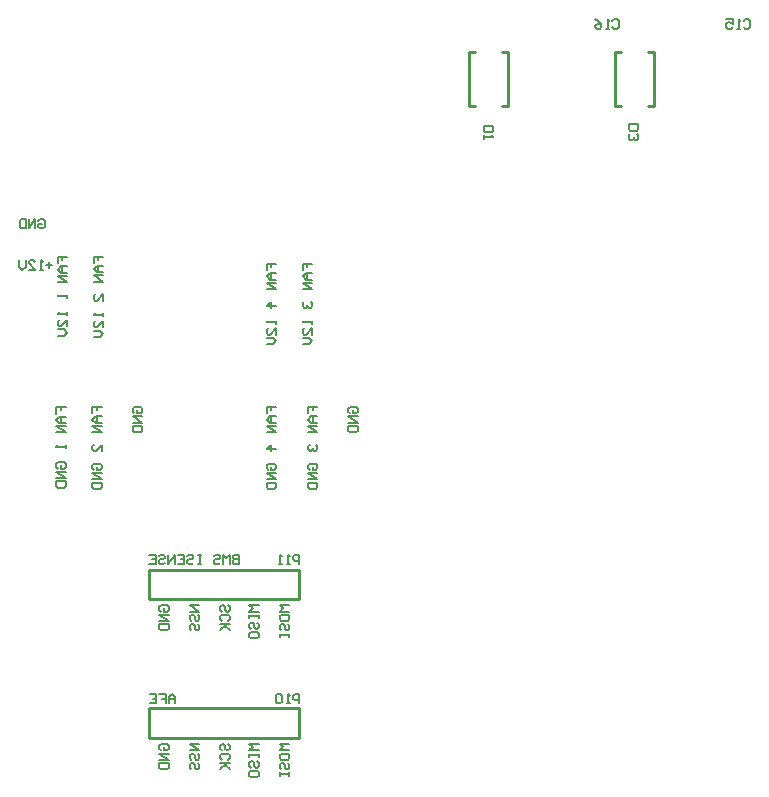
<source format=gbo>
G04*
G04 #@! TF.GenerationSoftware,Altium Limited,Altium Designer,19.1.5 (86)*
G04*
G04 Layer_Color=32896*
%FSLAX25Y25*%
%MOIN*%
G70*
G01*
G75*
%ADD14C,0.01000*%
%ADD15C,0.00591*%
D14*
X177234Y236205D02*
X179234D01*
X166234D02*
X168234D01*
X177234Y254205D02*
X179234D01*
Y236205D02*
Y254205D01*
X166234D02*
X168234D01*
X166234Y236205D02*
Y254205D01*
X226016Y236205D02*
X228016D01*
X215016D02*
X217016D01*
X226016Y254205D02*
X228016D01*
Y236205D02*
Y254205D01*
X215016D02*
X217016D01*
X215016Y236205D02*
Y254205D01*
X59488Y25512D02*
X109488D01*
X59488D02*
Y35311D01*
X109488D01*
Y25512D02*
Y35311D01*
X59488Y71772D02*
X109488D01*
X59488D02*
Y81571D01*
X109488D01*
Y71772D02*
Y81571D01*
D15*
X98778Y181366D02*
Y183465D01*
X100352D01*
Y182415D01*
Y183465D01*
X101927D01*
Y180316D02*
X99828D01*
X98778Y179267D01*
X99828Y178217D01*
X101927D01*
X100352D01*
Y180316D01*
X101927Y177167D02*
X98778D01*
X101927Y175068D01*
X98778D01*
X101927Y169296D02*
X98778D01*
X100352Y170870D01*
Y168771D01*
X101927Y164573D02*
Y163523D01*
Y164048D01*
X98778D01*
X99303Y164573D01*
X101927Y159850D02*
Y161949D01*
X99828Y159850D01*
X99303D01*
X98778Y160375D01*
Y161424D01*
X99303Y161949D01*
X98778Y158801D02*
X100877D01*
X101927Y157751D01*
X100877Y156702D01*
X98778D01*
X110786Y181366D02*
Y183465D01*
X112360D01*
Y182415D01*
Y183465D01*
X113934D01*
Y180316D02*
X111835D01*
X110786Y179267D01*
X111835Y178217D01*
X113934D01*
X112360D01*
Y180316D01*
X113934Y177167D02*
X110786D01*
X113934Y175068D01*
X110786D01*
X111311Y170870D02*
X110786Y170345D01*
Y169296D01*
X111311Y168771D01*
X111835D01*
X112360Y169296D01*
Y169821D01*
Y169296D01*
X112885Y168771D01*
X113409D01*
X113934Y169296D01*
Y170345D01*
X113409Y170870D01*
X113934Y164573D02*
Y163523D01*
Y164048D01*
X110786D01*
X111311Y164573D01*
X113934Y159850D02*
Y161949D01*
X111835Y159850D01*
X111311D01*
X110786Y160375D01*
Y161424D01*
X111311Y161949D01*
X110786Y158801D02*
X112885D01*
X113934Y157751D01*
X112885Y156702D01*
X110786D01*
X27300Y183070D02*
X25201D01*
X26251Y184120D02*
Y182021D01*
X24152Y181496D02*
X23102D01*
X23627D01*
Y184645D01*
X24152Y184120D01*
X19429Y181496D02*
X21528D01*
X19429Y183595D01*
Y184120D01*
X19954Y184645D01*
X21003D01*
X21528Y184120D01*
X18379Y184645D02*
Y182546D01*
X17330Y181496D01*
X16280Y182546D01*
Y184645D01*
X29097Y183637D02*
Y185736D01*
X30672D01*
Y184686D01*
Y185736D01*
X32246D01*
Y182587D02*
X30147D01*
X29097Y181538D01*
X30147Y180488D01*
X32246D01*
X30672D01*
Y182587D01*
X32246Y179439D02*
X29097D01*
X32246Y177339D01*
X29097D01*
X32246Y173141D02*
Y172092D01*
Y172617D01*
X29097D01*
X29622Y173141D01*
X32246Y167369D02*
Y166320D01*
Y166844D01*
X29097D01*
X29622Y167369D01*
X32246Y162646D02*
Y164745D01*
X30147Y162646D01*
X29622D01*
X29097Y163171D01*
Y164220D01*
X29622Y164745D01*
X29097Y161597D02*
X31196D01*
X32246Y160547D01*
X31196Y159497D01*
X29097D01*
X28589Y133559D02*
Y135658D01*
X30163D01*
Y134609D01*
Y135658D01*
X31738D01*
Y132510D02*
X29639D01*
X28589Y131460D01*
X29639Y130411D01*
X31738D01*
X30163D01*
Y132510D01*
X31738Y129361D02*
X28589D01*
X31738Y127262D01*
X28589D01*
X31738Y123064D02*
Y122014D01*
Y122539D01*
X28589D01*
X29114Y123064D01*
Y115193D02*
X28589Y115717D01*
Y116767D01*
X29114Y117292D01*
X31213D01*
X31738Y116767D01*
Y115717D01*
X31213Y115193D01*
X30163D01*
Y116242D01*
X31738Y114143D02*
X28589D01*
X31738Y112044D01*
X28589D01*
Y110994D02*
X31738D01*
Y109420D01*
X31213Y108895D01*
X29114D01*
X28589Y109420D01*
Y110994D01*
X98731Y133653D02*
Y135752D01*
X100305D01*
Y134703D01*
Y135752D01*
X101879D01*
Y132604D02*
X99780D01*
X98731Y131554D01*
X99780Y130505D01*
X101879D01*
X100305D01*
Y132604D01*
X101879Y129455D02*
X98731D01*
X101879Y127356D01*
X98731D01*
X101879Y121584D02*
X98731D01*
X100305Y123158D01*
Y121059D01*
X99256Y114762D02*
X98731Y115287D01*
Y116336D01*
X99256Y116861D01*
X101355D01*
X101879Y116336D01*
Y115287D01*
X101355Y114762D01*
X100305D01*
Y115811D01*
X101879Y113712D02*
X98731D01*
X101879Y111613D01*
X98731D01*
Y110564D02*
X101879D01*
Y108989D01*
X101355Y108465D01*
X99256D01*
X98731Y108989D01*
Y110564D01*
X112529Y133653D02*
Y135752D01*
X114103D01*
Y134703D01*
Y135752D01*
X115678D01*
Y132604D02*
X113579D01*
X112529Y131554D01*
X113579Y130505D01*
X115678D01*
X114103D01*
Y132604D01*
X115678Y129455D02*
X112529D01*
X115678Y127356D01*
X112529D01*
X113054Y123158D02*
X112529Y122633D01*
Y121584D01*
X113054Y121059D01*
X113579D01*
X114103Y121584D01*
Y122108D01*
Y121584D01*
X114628Y121059D01*
X115153D01*
X115678Y121584D01*
Y122633D01*
X115153Y123158D01*
X113054Y114762D02*
X112529Y115287D01*
Y116336D01*
X113054Y116861D01*
X115153D01*
X115678Y116336D01*
Y115287D01*
X115153Y114762D01*
X114103D01*
Y115811D01*
X115678Y113712D02*
X112529D01*
X115678Y111613D01*
X112529D01*
Y110564D02*
X115678D01*
Y108989D01*
X115153Y108465D01*
X113054D01*
X112529Y108989D01*
Y110564D01*
X126504Y133653D02*
X125979Y134178D01*
Y135228D01*
X126504Y135752D01*
X128603D01*
X129128Y135228D01*
Y134178D01*
X128603Y133653D01*
X127554D01*
Y134703D01*
X129128Y132604D02*
X125979D01*
X129128Y130505D01*
X125979D01*
Y129455D02*
X129128D01*
Y127881D01*
X128603Y127356D01*
X126504D01*
X125979Y127881D01*
Y129455D01*
X54654Y133653D02*
X54129Y134178D01*
Y135228D01*
X54654Y135752D01*
X56753D01*
X57278Y135228D01*
Y134178D01*
X56753Y133653D01*
X55703D01*
Y134703D01*
X57278Y132604D02*
X54129D01*
X57278Y130505D01*
X54129D01*
Y129455D02*
X57278D01*
Y127881D01*
X56753Y127356D01*
X54654D01*
X54129Y127881D01*
Y129455D01*
X41093Y183792D02*
Y185891D01*
X42667D01*
Y184842D01*
Y185891D01*
X44242D01*
Y182742D02*
X42143D01*
X41093Y181693D01*
X42143Y180643D01*
X44242D01*
X42667D01*
Y182742D01*
X44242Y179594D02*
X41093D01*
X44242Y177495D01*
X41093D01*
X44242Y171198D02*
Y173297D01*
X42143Y171198D01*
X41618D01*
X41093Y171722D01*
Y172772D01*
X41618Y173297D01*
X44242Y166999D02*
Y165950D01*
Y166475D01*
X41093D01*
X41618Y166999D01*
X44242Y162277D02*
Y164376D01*
X42143Y162277D01*
X41618D01*
X41093Y162801D01*
Y163851D01*
X41618Y164376D01*
X41093Y161227D02*
X43192D01*
X44242Y160178D01*
X43192Y159128D01*
X41093D01*
X40679Y133653D02*
Y135752D01*
X42253D01*
Y134703D01*
Y135752D01*
X43827D01*
Y132604D02*
X41728D01*
X40679Y131554D01*
X41728Y130505D01*
X43827D01*
X42253D01*
Y132604D01*
X43827Y129455D02*
X40679D01*
X43827Y127356D01*
X40679D01*
X43827Y121059D02*
Y123158D01*
X41728Y121059D01*
X41204D01*
X40679Y121584D01*
Y122633D01*
X41204Y123158D01*
Y114762D02*
X40679Y115287D01*
Y116336D01*
X41204Y116861D01*
X43303D01*
X43827Y116336D01*
Y115287D01*
X43303Y114762D01*
X42253D01*
Y115811D01*
X43827Y113712D02*
X40679D01*
X43827Y111613D01*
X40679D01*
Y110564D02*
X43827D01*
Y108989D01*
X43303Y108465D01*
X41204D01*
X40679Y108989D01*
Y110564D01*
X22704Y197906D02*
X23229Y198431D01*
X24278D01*
X24803Y197906D01*
Y195808D01*
X24278Y195283D01*
X23229D01*
X22704Y195808D01*
Y196857D01*
X23754D01*
X21655Y195283D02*
Y198431D01*
X19556Y195283D01*
Y198431D01*
X18506D02*
Y195283D01*
X16932D01*
X16407Y195808D01*
Y197906D01*
X16932Y198431D01*
X18506D01*
X89567Y86490D02*
Y83342D01*
X87993D01*
X87468Y83867D01*
Y84391D01*
X87993Y84916D01*
X89567D01*
X87993D01*
X87468Y85441D01*
Y85966D01*
X87993Y86490D01*
X89567D01*
X86418Y83342D02*
Y86490D01*
X85369Y85441D01*
X84319Y86490D01*
Y83342D01*
X81171Y85966D02*
X81695Y86490D01*
X82745D01*
X83270Y85966D01*
Y85441D01*
X82745Y84916D01*
X81695D01*
X81171Y84391D01*
Y83867D01*
X81695Y83342D01*
X82745D01*
X83270Y83867D01*
X76973Y86490D02*
X75923D01*
X76448D01*
Y83342D01*
X76973D01*
X75923D01*
X72250Y85966D02*
X72774Y86490D01*
X73824D01*
X74349Y85966D01*
Y85441D01*
X73824Y84916D01*
X72774D01*
X72250Y84391D01*
Y83867D01*
X72774Y83342D01*
X73824D01*
X74349Y83867D01*
X69101Y86490D02*
X71200D01*
Y83342D01*
X69101D01*
X71200Y84916D02*
X70151D01*
X68051Y83342D02*
Y86490D01*
X65952Y83342D01*
Y86490D01*
X62804Y85966D02*
X63329Y86490D01*
X64378D01*
X64903Y85966D01*
Y85441D01*
X64378Y84916D01*
X63329D01*
X62804Y84391D01*
Y83867D01*
X63329Y83342D01*
X64378D01*
X64903Y83867D01*
X59655Y86490D02*
X61754D01*
Y83342D01*
X59655D01*
X61754Y84916D02*
X60705D01*
X68240Y36937D02*
Y39036D01*
X67190Y40086D01*
X66141Y39036D01*
Y36937D01*
Y38511D01*
X68240D01*
X62992Y40086D02*
X65091D01*
Y38511D01*
X64042D01*
X65091D01*
Y36937D01*
X59843Y40086D02*
X61942D01*
Y36937D01*
X59843D01*
X61942Y38511D02*
X60893D01*
X106299Y23388D02*
X103151D01*
X104200Y22338D01*
X103151Y21289D01*
X106299D01*
X103151Y18665D02*
Y19714D01*
X103675Y20239D01*
X105774D01*
X106299Y19714D01*
Y18665D01*
X105774Y18140D01*
X103675D01*
X103151Y18665D01*
X103675Y14991D02*
X103151Y15516D01*
Y16566D01*
X103675Y17090D01*
X104200D01*
X104725Y16566D01*
Y15516D01*
X105250Y14991D01*
X105774D01*
X106299Y15516D01*
Y16566D01*
X105774Y17090D01*
X103151Y13942D02*
Y12892D01*
Y13417D01*
X106299D01*
Y13942D01*
Y12892D01*
X96152Y23388D02*
X93003D01*
X94053Y22338D01*
X93003Y21289D01*
X96152D01*
X93003Y20239D02*
Y19190D01*
Y19714D01*
X96152D01*
Y20239D01*
Y19190D01*
X93528Y15516D02*
X93003Y16041D01*
Y17090D01*
X93528Y17615D01*
X94053D01*
X94578Y17090D01*
Y16041D01*
X95102Y15516D01*
X95627D01*
X96152Y16041D01*
Y17090D01*
X95627Y17615D01*
X93003Y12892D02*
Y13942D01*
X93528Y14467D01*
X95627D01*
X96152Y13942D01*
Y12892D01*
X95627Y12368D01*
X93528D01*
X93003Y12892D01*
X83833Y21289D02*
X83308Y21813D01*
Y22863D01*
X83833Y23388D01*
X84358D01*
X84882Y22863D01*
Y21813D01*
X85407Y21289D01*
X85932D01*
X86457Y21813D01*
Y22863D01*
X85932Y23388D01*
X83833Y18140D02*
X83308Y18665D01*
Y19714D01*
X83833Y20239D01*
X85932D01*
X86457Y19714D01*
Y18665D01*
X85932Y18140D01*
X83308Y17090D02*
X86457D01*
X85407D01*
X83308Y14991D01*
X84882Y16566D01*
X86457Y14991D01*
X76304Y23388D02*
X73155D01*
X76304Y21289D01*
X73155D01*
X73680Y18140D02*
X73155Y18665D01*
Y19714D01*
X73680Y20239D01*
X74205D01*
X74729Y19714D01*
Y18665D01*
X75254Y18140D01*
X75779D01*
X76304Y18665D01*
Y19714D01*
X75779Y20239D01*
X73680Y14991D02*
X73155Y15516D01*
Y16566D01*
X73680Y17090D01*
X74205D01*
X74729Y16566D01*
Y15516D01*
X75254Y14991D01*
X75779D01*
X76304Y15516D01*
Y16566D01*
X75779Y17090D01*
X63518Y21289D02*
X62993Y21813D01*
Y22863D01*
X63518Y23388D01*
X65617D01*
X66142Y22863D01*
Y21813D01*
X65617Y21289D01*
X64567D01*
Y22338D01*
X66142Y20239D02*
X62993D01*
X66142Y18140D01*
X62993D01*
Y17090D02*
X66142D01*
Y15516D01*
X65617Y14991D01*
X63518D01*
X62993Y15516D01*
Y17090D01*
X63518Y67549D02*
X62993Y68073D01*
Y69123D01*
X63518Y69648D01*
X65617D01*
X66142Y69123D01*
Y68073D01*
X65617Y67549D01*
X64567D01*
Y68598D01*
X66142Y66499D02*
X62993D01*
X66142Y64400D01*
X62993D01*
Y63350D02*
X66142D01*
Y61776D01*
X65617Y61251D01*
X63518D01*
X62993Y61776D01*
Y63350D01*
X76304Y69648D02*
X73155D01*
X76304Y67549D01*
X73155D01*
X73680Y64400D02*
X73155Y64925D01*
Y65974D01*
X73680Y66499D01*
X74205D01*
X74729Y65974D01*
Y64925D01*
X75254Y64400D01*
X75779D01*
X76304Y64925D01*
Y65974D01*
X75779Y66499D01*
X73680Y61251D02*
X73155Y61776D01*
Y62826D01*
X73680Y63350D01*
X74205D01*
X74729Y62826D01*
Y61776D01*
X75254Y61251D01*
X75779D01*
X76304Y61776D01*
Y62826D01*
X75779Y63350D01*
X83833Y67549D02*
X83308Y68073D01*
Y69123D01*
X83833Y69648D01*
X84358D01*
X84882Y69123D01*
Y68073D01*
X85407Y67549D01*
X85932D01*
X86457Y68073D01*
Y69123D01*
X85932Y69648D01*
X83833Y64400D02*
X83308Y64925D01*
Y65974D01*
X83833Y66499D01*
X85932D01*
X86457Y65974D01*
Y64925D01*
X85932Y64400D01*
X83308Y63350D02*
X86457D01*
X85407D01*
X83308Y61251D01*
X84882Y62826D01*
X86457Y61251D01*
X96152Y69648D02*
X93003D01*
X94053Y68598D01*
X93003Y67549D01*
X96152D01*
X93003Y66499D02*
Y65449D01*
Y65974D01*
X96152D01*
Y66499D01*
Y65449D01*
X93528Y61776D02*
X93003Y62301D01*
Y63350D01*
X93528Y63875D01*
X94053D01*
X94578Y63350D01*
Y62301D01*
X95102Y61776D01*
X95627D01*
X96152Y62301D01*
Y63350D01*
X95627Y63875D01*
X93003Y59152D02*
Y60202D01*
X93528Y60726D01*
X95627D01*
X96152Y60202D01*
Y59152D01*
X95627Y58627D01*
X93528D01*
X93003Y59152D01*
X106299Y69648D02*
X103151D01*
X104200Y68598D01*
X103151Y67549D01*
X106299D01*
X103151Y64925D02*
Y65974D01*
X103675Y66499D01*
X105774D01*
X106299Y65974D01*
Y64925D01*
X105774Y64400D01*
X103675D01*
X103151Y64925D01*
X103675Y61251D02*
X103151Y61776D01*
Y62826D01*
X103675Y63350D01*
X104200D01*
X104725Y62826D01*
Y61776D01*
X105250Y61251D01*
X105774D01*
X106299Y61776D01*
Y62826D01*
X105774Y63350D01*
X103151Y60202D02*
Y59152D01*
Y59677D01*
X106299D01*
Y60202D01*
Y59152D01*
X214043Y264435D02*
X214567Y264960D01*
X215617D01*
X216142Y264435D01*
Y262336D01*
X215617Y261811D01*
X214567D01*
X214043Y262336D01*
X212993Y261811D02*
X211944D01*
X212468D01*
Y264960D01*
X212993Y264435D01*
X208270Y264960D02*
X209320Y264435D01*
X210369Y263385D01*
Y262336D01*
X209844Y261811D01*
X208795D01*
X208270Y262336D01*
Y262861D01*
X208795Y263385D01*
X210369D01*
X257744Y264435D02*
X258268Y264960D01*
X259318D01*
X259842Y264435D01*
Y262336D01*
X259318Y261811D01*
X258268D01*
X257744Y262336D01*
X256694Y261811D02*
X255644D01*
X256169D01*
Y264960D01*
X256694Y264435D01*
X251971Y264960D02*
X254070D01*
Y263385D01*
X253021Y263910D01*
X252496D01*
X251971Y263385D01*
Y262336D01*
X252496Y261811D01*
X253545D01*
X254070Y262336D01*
X109631Y83342D02*
Y86490D01*
X108056D01*
X107532Y85966D01*
Y84916D01*
X108056Y84391D01*
X109631D01*
X106482Y83342D02*
X105433D01*
X105957D01*
Y86490D01*
X106482Y85966D01*
X103858Y83342D02*
X102809D01*
X103333D01*
Y86490D01*
X103858Y85966D01*
X109631Y36937D02*
Y40086D01*
X108056D01*
X107532Y39561D01*
Y38511D01*
X108056Y37986D01*
X109631D01*
X106482Y36937D02*
X105433D01*
X105957D01*
Y40086D01*
X106482Y39561D01*
X103858D02*
X103333Y40086D01*
X102284D01*
X101759Y39561D01*
Y37462D01*
X102284Y36937D01*
X103333D01*
X103858Y37462D01*
Y39561D01*
X219511Y229921D02*
X222659D01*
Y228347D01*
X222135Y227822D01*
X220036D01*
X219511Y228347D01*
Y229921D01*
X220036Y226773D02*
X219511Y226248D01*
Y225198D01*
X220036Y224674D01*
X220560D01*
X221085Y225198D01*
Y225723D01*
Y225198D01*
X221610Y224674D01*
X222135D01*
X222659Y225198D01*
Y226248D01*
X222135Y226773D01*
X174333Y229392D02*
X171184D01*
Y227818D01*
X171709Y227293D01*
X173808D01*
X174333Y227818D01*
Y229392D01*
X171184Y226243D02*
Y225194D01*
Y225719D01*
X174333D01*
X173808Y226243D01*
M02*

</source>
